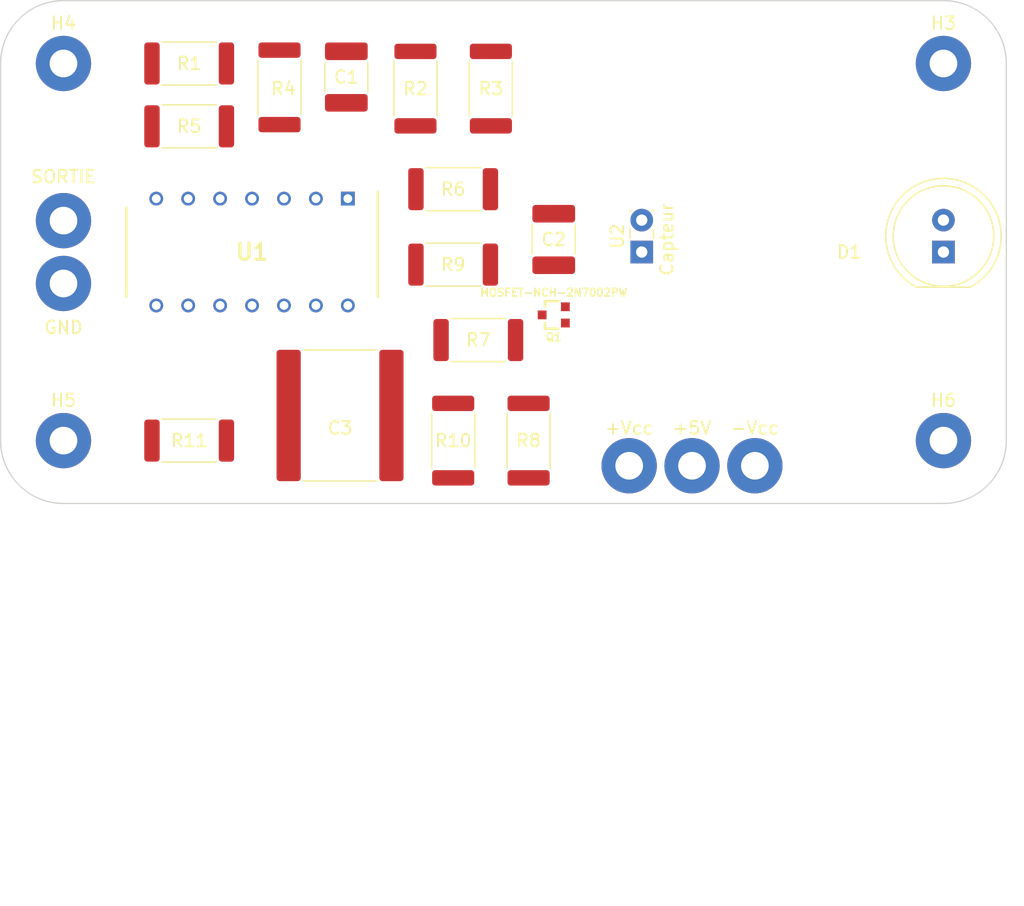
<source format=kicad_pcb>
(kicad_pcb (version 20211014) (generator pcbnew)
  (layers (0 "F.Cu" signal) (31 "B.Cu" signal) (34 "B.Paste" user) (35 "F.Paste" user) (36 "B.SilkS" user "B.Silkscreen") (37 "F.SilkS" user "F.Silkscreen") (38 "B.Mask" user) (39 "F.Mask" user) (44 "Edge.Cuts" user))
  (net 0 "")
  (net 1 "Net-(C1-Pad1)")
  (net 2 "GNDREF")
  (net 3 "Net-(C2-Pad1)")
  (net 4 "S_CARRE")
  (net 5 "S_LUM")
  (net 6 "Net-(C3-Pad2)")
  (net 7 "Net-(D1-Pad1)")
  (net 8 "Net-(D1-Pad2)")
  (net 9 "-VDC")
  (net 10 "+VDC")
  (net 11 "S_LUMxCARRE")
  (net 12 "+5V")
  (net 13 "Net-(Q1-Pad3)")
  (net 14 "V_{in}")
  (net 15 "Net-(R4-Pad2)")
  (footprint "Resistor_SMD:R_2512_6332Metric" (layer "F.Cu") (at 135 96)
    (fp_text reference "R9" (at 0 0) (layer "F.SilkS"))
    (fp_text value "R")
    (fp_line (start -2.177064 1.71) (end 2.177064 1.71) (layer "F.SilkS") (width 0.12))
    (fp_line (start -2.177064 -1.71) (end 2.177064 -1.71) (layer "F.SilkS") (width 0.12))
    (pad "1" smd roundrect (at -2.9625 0) (size 1.225 3.35) (layers "F.Cu" "F.Paste" "F.Mask") (roundrect_rratio 0.2040816327) (net 2 "GNDREF"))
    (pad "2" smd roundrect (at 2.9625 0) (size 1.225 3.35) (layers "F.Cu" "F.Paste" "F.Mask") (roundrect_rratio 0.2040816327) (net 13 "Net-(Q1-Pad3)"))
  )
  (footprint "MountingHole:MountingHole_2.2mm_M2_Pad_TopBottom" (layer "F.Cu") (at 174 110)
    (fp_text reference "H6" (at 0 -3.2) (layer "F.SilkS"))
    (fp_text value "GND")
    (pad "1" connect circle (at 0 0) (size 4.4 4.4) (layers "F.Cu" "F.Mask") (net 2 "GNDREF"))
    (pad "1" connect circle (at 0 0) (size 4.4 4.4) (layers "B.Cu" "B.Mask") (net 2 "GNDREF"))
    (pad "1" thru_hole circle (at 0 0) (size 2.6 2.6) (drill 2.2) (layers *.Cu *.Mask) (net 2 "GNDREF"))
  )
  (footprint "Resistor_SMD:R_2512_6332Metric" (layer "F.Cu") (at 114 85 180)
    (fp_text reference "R5" (at 0 0) (layer "F.SilkS"))
    (fp_text value "R")
    (fp_line (start -2.177064 -1.71) (end 2.177064 -1.71) (layer "F.SilkS") (width 0.12))
    (fp_line (start -2.177064 1.71) (end 2.177064 1.71) (layer "F.SilkS") (width 0.12))
    (pad "1" smd roundrect (at -2.9625 0 180) (size 1.225 3.35) (layers "F.Cu" "F.Paste" "F.Mask") (roundrect_rratio 0.2040816327) (net 15 "Net-(R4-Pad2)"))
    (pad "2" smd roundrect (at 2.9625 0 180) (size 1.225 3.35) (layers "F.Cu" "F.Paste" "F.Mask") (roundrect_rratio 0.2040816327) (net 4 "S_CARRE"))
  )
  (footprint "LED_THT:LED_Rectangular_W3.9mm_H1.8mm" (layer "F.Cu") (at 150 95 90)
    (fp_text reference "U2" (at 1.27 -1.935 90) (layer "F.SilkS"))
    (fp_text value "LIGHT_SENSORALS")
    (fp_line (start 3.28 0.825) (end 3.28 0.935) (layer "F.SilkS") (width 0.12))
    (fp_line (start 1.08 0.935) (end 1.811 0.935) (layer "F.SilkS") (width 0.12))
    (fp_line (start 1.08 -0.935) (end 1.811 -0.935) (layer "F.SilkS") (width 0.12))
    (fp_line (start 3.28 -0.935) (end 3.28 -0.825) (layer "F.SilkS") (width 0.12))
    (fp_line (start 3.27 -0.935) (end 3.28 -0.935) (layer "F.SilkS") (width 0.12))
    (fp_line (start 3.27 0.935) (end 3.28 0.935) (layer "F.SilkS") (width 0.12))
    (pad "1" thru_hole rect (at 0 0 90) (size 1.8 1.8) (drill 0.9) (layers *.Cu *.Mask) (net 6 "Net-(C3-Pad2)"))
    (pad "2" thru_hole circle (at 2.54 0 90) (size 1.8 1.8) (drill 0.9) (layers *.Cu *.Mask) (net 2 "GNDREF"))
  )
  (footprint "Resistor_SMD:R_2512_6332Metric" (layer "F.Cu") (at 137 102)
    (fp_text reference "R7" (at 0 0) (layer "F.SilkS"))
    (fp_text value "R")
    (fp_line (start -2.177064 1.71) (end 2.177064 1.71) (layer "F.SilkS") (width 0.12))
    (fp_line (start -2.177064 -1.71) (end 2.177064 -1.71) (layer "F.SilkS") (width 0.12))
    (pad "1" smd roundrect (at -2.9625 0) (size 1.225 3.35) (layers "F.Cu" "F.Paste" "F.Mask") (roundrect_rratio 0.2040816327) (net 2 "GNDREF"))
    (pad "2" smd roundrect (at 2.9625 0) (size 1.225 3.35) (layers "F.Cu" "F.Paste" "F.Mask") (roundrect_rratio 0.2040816327) (net 3 "Net-(C2-Pad1)"))
  )
  (footprint "MountingHole:MountingHole_2.2mm_M2_Pad_TopBottom" (layer "F.Cu") (at 104 97.5)
    (fp_text reference "H7" hide)
    (fp_text value "GND")
    (pad "1" connect circle (at 0 0) (size 4.4 4.4) (layers "B.Cu" "B.Mask") (net 2 "GNDREF"))
    (pad "1" thru_hole circle (at 0 0) (size 2.6 2.6) (drill 2.2) (layers *.Cu *.Mask) (net 2 "GNDREF"))
    (pad "1" connect circle (at 0 0) (size 4.4 4.4) (layers "F.Cu" "F.Mask") (net 2 "GNDREF"))
  )
  (footprint "MountingHole:MountingHole_2.2mm_M2_Pad_TopBottom" (layer "F.Cu") (at 104 110)
    (fp_text reference "H5" (at 0 -3.2) (layer "F.SilkS"))
    (fp_text value "GND")
    (pad "1" thru_hole circle (at 0 0) (size 2.6 2.6) (drill 2.2) (layers *.Cu *.Mask) (net 2 "GNDREF"))
    (pad "1" connect circle (at 0 0) (size 4.4 4.4) (layers "B.Cu" "B.Mask") (net 2 "GNDREF"))
    (pad "1" connect circle (at 0 0) (size 4.4 4.4) (layers "F.Cu" "F.Mask") (net 2 "GNDREF"))
  )
  (footprint "Resistor_SMD:R_2512_6332Metric" (layer "F.Cu") (at 135 90)
    (fp_text reference "R6" (at 0 0) (layer "F.SilkS"))
    (fp_text value "R")
    (fp_line (start -2.177064 -1.71) (end 2.177064 -1.71) (layer "F.SilkS") (width 0.12))
    (fp_line (start -2.177064 1.71) (end 2.177064 1.71) (layer "F.SilkS") (width 0.12))
    (pad "1" smd roundrect (at -2.9625 0) (size 1.225 3.35) (layers "F.Cu" "F.Paste" "F.Mask") (roundrect_rratio 0.2040816327) (net 7 "Net-(D1-Pad1)"))
    (pad "2" smd roundrect (at 2.9625 0) (size 1.225 3.35) (layers "F.Cu" "F.Paste" "F.Mask") (roundrect_rratio 0.2040816327) (net 2 "GNDREF"))
  )
  (footprint "Resistor_SMD:R_2512_6332Metric" (layer "F.Cu") (at 132 82 -90)
    (fp_text reference "R2" (at 0 0 180) (layer "F.SilkS"))
    (fp_text value "R")
    (fp_line (start -2.177064 -1.71) (end 2.177064 -1.71) (layer "F.SilkS") (width 0.12))
    (fp_line (start -2.177064 1.71) (end 2.177064 1.71) (layer "F.SilkS") (width 0.12))
    (pad "1" smd roundrect (at -2.9625 0 270) (size 1.225 3.35) (layers "F.Cu" "F.Paste" "F.Mask") (roundrect_rratio 0.2040816327) (net 4 "S_CARRE"))
    (pad "2" smd roundrect (at 2.9625 0 270) (size 1.225 3.35) (layers "F.Cu" "F.Paste" "F.Mask") (roundrect_rratio 0.2040816327) (net 14 "V_{in}"))
  )
  (footprint "MountingHole:MountingHole_2.2mm_M2_Pad_TopBottom" (layer "F.Cu") (at 149 112)
    (fp_text reference "H1" hide)
    (fp_text value "-Vcc")
    (pad "1" thru_hole circle (at 0 0) (size 2.6 2.6) (drill 2.2) (layers *.Cu *.Mask) (net 9 "-VDC"))
    (pad "1" connect circle (at 0 0) (size 4.4 4.4) (layers "B.Cu" "B.Mask") (net 9 "-VDC"))
    (pad "1" connect circle (at 0 0) (size 4.4 4.4) (layers "F.Cu" "F.Mask") (net 9 "-VDC"))
  )
  (footprint "MountingHole:MountingHole_2.2mm_M2_Pad_TopBottom" (layer "F.Cu") (at 104 80)
    (fp_text reference "H4" (at 0 -3.2) (layer "F.SilkS"))
    (fp_text value "GND")
    (pad "1" connect circle (at 0 0) (size 4.4 4.4) (layers "B.Cu" "B.Mask") (net 2 "GNDREF"))
    (pad "1" thru_hole circle (at 0 0) (size 2.6 2.6) (drill 2.2) (layers *.Cu *.Mask) (net 2 "GNDREF"))
    (pad "1" connect circle (at 0 0) (size 4.4 4.4) (layers "F.Cu" "F.Mask") (net 2 "GNDREF"))
  )
  (footprint "Resistor_SMD:R_2512_6332Metric" (layer "F.Cu") (at 121.185 81.9 -90)
    (fp_text reference "R4" (at 0.1 -0.315 180) (layer "F.SilkS"))
    (fp_text value "R")
    (fp_line (start -2.177064 1.71) (end 2.177064 1.71) (layer "F.SilkS") (width 0.12))
    (fp_line (start -2.177064 -1.71) (end 2.177064 -1.71) (layer "F.SilkS") (width 0.12))
    (pad "1" smd roundrect (at -2.9625 0 270) (size 1.225 3.35) (layers "F.Cu" "F.Paste" "F.Mask") (roundrect_rratio 0.2040816327) (net 2 "GNDREF"))
    (pad "2" smd roundrect (at 2.9625 0 270) (size 1.225 3.35) (layers "F.Cu" "F.Paste" "F.Mask") (roundrect_rratio 0.2040816327) (net 15 "Net-(R4-Pad2)"))
  )
  (footprint "Resistor_SMD:R_2512_6332Metric" (layer "F.Cu") (at 114 110 180)
    (fp_text reference "R11" (at 0 0) (layer "F.SilkS"))
    (fp_text value "R")
    (fp_line (start -2.177064 -1.71) (end 2.177064 -1.71) (layer "F.SilkS") (width 0.12))
    (fp_line (start -2.177064 1.71) (end 2.177064 1.71) (layer "F.SilkS") (width 0.12))
    (pad "1" smd roundrect (at -2.9625 0 180) (size 1.225 3.35) (layers "F.Cu" "F.Paste" "F.Mask") (roundrect_rratio 0.2040816327) (net 13 "Net-(Q1-Pad3)"))
    (pad "2" smd roundrect (at 2.9625 0 180) (size 1.225 3.35) (layers "F.Cu" "F.Paste" "F.Mask") (roundrect_rratio 0.2040816327) (net 11 "S_LUMxCARRE"))
  )
  (footprint "Resistor_SMD:R_2512_6332Metric" (layer "F.Cu") (at 141 110 90)
    (fp_text reference "R8" (at 0 0 180) (layer "F.SilkS"))
    (fp_text value "R")
    (fp_line (start -2.177064 1.71) (end 2.177064 1.71) (layer "F.SilkS") (width 0.12))
    (fp_line (start -2.177064 -1.71) (end 2.177064 -1.71) (layer "F.SilkS") (width 0.12))
    (pad "1" smd roundrect (at -2.9625 0 90) (size 1.225 3.35) (layers "F.Cu" "F.Paste" "F.Mask") (roundrect_rratio 0.2040816327) (net 6 "Net-(C3-Pad2)"))
    (pad "2" smd roundrect (at 2.9625 0 90) (size 1.225 3.35) (layers "F.Cu" "F.Paste" "F.Mask") (roundrect_rratio 0.2040816327) (net 12 "+5V"))
  )
  (footprint "MountingHole:MountingHole_2.2mm_M2_Pad_TopBottom" (layer "F.Cu") (at 174 80)
    (fp_text reference "H3" (at 0 -3.2) (layer "F.SilkS"))
    (fp_text value "GND")
    (pad "1" connect circle (at 0 0) (size 4.4 4.4) (layers "B.Cu" "B.Mask") (net 2 "GNDREF"))
    (pad "1" thru_hole circle (at 0 0) (size 2.6 2.6) (drill 2.2) (layers *.Cu *.Mask) (net 2 "GNDREF"))
    (pad "1" connect circle (at 0 0) (size 4.4 4.4) (layers "F.Cu" "F.Mask") (net 2 "GNDREF"))
  )
  (footprint "MountingHole:MountingHole_2.2mm_M2_Pad_TopBottom" (layer "F.Cu") (at 154 112)
    (fp_text reference "H9" hide)
    (fp_text value "+Vcc")
    (pad "1" connect circle (at 0 0) (size 4.4 4.4) (layers "B.Cu" "B.Mask") (net 12 "+5V"))
    (pad "1" connect circle (at 0 0) (size 4.4 4.4) (layers "F.Cu" "F.Mask") (net 12 "+5V"))
    (pad "1" thru_hole circle (at 0 0) (size 2.6 2.6) (drill 2.2) (layers *.Cu *.Mask) (net 12 "+5V"))
  )
  (footprint "Capacitor_SMD:C_3640_9110Metric" (layer "F.Cu") (at 126 108 180)
    (fp_text reference "C3" (at 0 -1) (layer "F.SilkS"))
    (fp_text value "C")
    (fp_line (start -2.922369 -5.21) (end 2.922369 -5.21) (layer "F.SilkS") (width 0.12))
    (fp_line (start -2.922369 5.21) (end 2.922369 5.21) (layer "F.SilkS") (width 0.12))
    (pad "1" smd roundrect (at -4.0875 0 180) (size 1.925 10.45) (layers "F.Cu" "F.Paste" "F.Mask") (roundrect_rratio 0.1298701299) (net 5 "S_LUM"))
    (pad "2" smd roundrect (at 4.0875 0 180) (size 1.925 10.45) (layers "F.Cu" "F.Paste" "F.Mask") (roundrect_rratio 0.1298701299) (net 6 "Net-(C3-Pad2)"))
  )
  (footprint "Capacitor_SMD:C_1812_4532Metric" (layer "F.Cu") (at 143 94 90)
    (fp_text reference "C2" (at 0 0 180) (layer "F.SilkS"))
    (fp_text value "C")
    (fp_line (start -1.161252 -1.71) (end 1.161252 -1.71) (layer "F.SilkS") (width 0.12))
    (fp_line (start -1.161252 1.71) (end 1.161252 1.71) (layer "F.SilkS") (width 0.12))
    (pad "1" smd roundrect (at -2.05 0 90) (size 1.4 3.4) (layers "F.Cu" "F.Paste" "F.Mask") (roundrect_rratio 0.1785707143) (net 3 "Net-(C2-Pad1)"))
    (pad "2" smd roundrect (at 2.05 0 90) (size 1.4 3.4) (layers "F.Cu" "F.Paste" "F.Mask") (roundrect_rratio 0.1785707143) (net 4 "S_CARRE"))
  )
  (footprint "MountingHole:MountingHole_2.2mm_M2_Pad_TopBottom" (layer "F.Cu") (at 104 92.5)
    (fp_text reference "H8" hide)
    (fp_text value "Sortie")
    (pad "1" connect circle (at 0 0) (size 4.4 4.4) (layers "B.Cu" "B.Mask") (net 11 "S_LUMxCARRE"))
    (pad "1" connect circle (at 0 0) (size 4.4 4.4) (layers "F.Cu" "F.Mask") (net 11 "S_LUMxCARRE"))
    (pad "1" thru_hole circle (at 0 0) (size 2.6 2.6) (drill 2.2) (layers *.Cu *.Mask) (net 11 "S_LUMxCARRE"))
  )
  (footprint "Capacitor_SMD:C_1812_4532Metric" (layer "F.Cu") (at 126.5 81.08 90)
    (fp_text reference "C1" (at 0 0 180) (layer "F.SilkS"))
    (fp_text value "100nF")
    (fp_line (start -1.161252 1.71) (end 1.161252 1.71) (layer "F.SilkS") (width 0.12))
    (fp_line (start -1.161252 -1.71) (end 1.161252 -1.71) (layer "F.SilkS") (width 0.12))
    (pad "1" smd roundrect (at -2.05 0 90) (size 1.4 3.4) (layers "F.Cu" "F.Paste" "F.Mask") (roundrect_rratio 0.1785707143) (net 1 "Net-(C1-Pad1)"))
    (pad "2" smd roundrect (at 2.05 0 90) (size 1.4 3.4) (layers "F.Cu" "F.Paste" "F.Mask") (roundrect_rratio 0.1785707143) (net 2 "GNDREF"))
  )
  (footprint "SamacSys_Parts:DIP850W50P254L2000H510Q14N" (layer "F.Cu") (at 119 95 -90)
    (fp_text reference "U1" (at 0 0 180) (layer "F.SilkS") (effects (font (size 1.27 1.27) (thickness 0.254))))
    (fp_text value "TL084CN" hide)
    (fp_line (start -3.55 10) (end 3.55 10) (layer "F.SilkS") (width 0.2))
    (fp_line (start -4.8 -10) (end 3.55 -10) (layer "F.SilkS") (width 0.2))
    (pad "1" thru_hole rect locked (at -4.25 -7.62 270) (size 1.1 1.1) (drill 0.7) (layers *.Cu *.Mask) (net 8 "Net-(D1-Pad2)"))
    (pad "2" thru_hole circle locked (at -4.25 -5.08 270) (size 1.1 1.1) (drill 0.7) (layers *.Cu *.Mask) (net 7 "Net-(D1-Pad1)"))
    (pad "3" thru_hole circle locked (at -4.25 -2.54 270) (size 1.1 1.1) (drill 0.7) (layers *.Cu *.Mask) (net 14 "V_{in}"))
    (pad "4" thru_hole circle locked (at -4.25 0 270) (size 1.1 1.1) (drill 0.7) (layers *.Cu *.Mask) (net 10 "+VDC"))
    (pad "5" thru_hole circle locked (at -4.25 2.54 270) (size 1.1 1.1) (drill 0.7) (layers *.Cu *.Mask) (net 1 "Net-(C1-Pad1)"))
    (pad "6" thru_hole circle locked (at -4.25 5.08 270) (size 1.1 1.1) (drill 0.7) (layers *.Cu *.Mask) (net 15 "Net-(R4-Pad2)"))
    (pad "7" thru_hole circle locked (at -4.25 7.62 270) (size 1.1 1.1) (drill 0.7) (layers *.Cu *.Mask) (net 4 "S_CARRE"))
    (pad "8" thru_hole circle locked (at 4.25 7.62 270) (size 1.1 1.1) (drill 0.7) (layers *.Cu *.Mask) (net 11 "S_LUMxCARRE"))
    (pad "9" thru_hole circle locked (at 4.25 5.08 270) (size 1.1 1.1) (drill 0.7) (layers *.Cu *.Mask) (net 13 "Net-(Q1-Pad3)"))
    (pad "10" thru_hole circle locked (at 4.25 2.54 270) (size 1.1 1.1) (drill 0.7) (layers *.Cu *.Mask) (net 5 "S_LUM"))
    (pad "11" thru_hole circle locked (at 4.25 0 270) (size 1.1 1.1) (drill 0.7) (layers *.Cu *.Mask) (net 9 "-VDC"))
    (pad "12" thru_hole circle locked (at 4.25 -2.54 270) (size 1.1 1.1) (drill 0.7) (layers *.Cu *.Mask) (net 6 "Net-(C3-Pad2)"))
    (pad "13" thru_hole circle locked (at 4.25 -5.08 270) (size 1.1 1.1) (drill 0.7) (layers *.Cu *.Mask) (net 2 "GNDREF"))
    (pad "14" thru_hole circle locked (at 4.25 -7.62 270) (size 1.1 1.1) (drill 0.7) (layers *.Cu *.Mask) (net 5 "S_LUM"))
  )
  (footprint "Resistor_SMD:R_2512_6332Metric" (layer "F.Cu") (at 138 82 90)
    (fp_text reference "R3" (at 0 0 180) (layer "F.SilkS"))
    (fp_text value "R")
    (fp_line (start -2.177064 1.71) (end 2.177064 1.71) (layer "F.SilkS") (width 0.12))
    (fp_line (start -2.177064 -1.71) (end 2.177064 -1.71) (layer "F.SilkS") (width 0.12))
    (pad "1" smd roundrect (at -2.9625 0 90) (size 1.225 3.35) (layers "F.Cu" "F.Paste" "F.Mask") (roundrect_rratio 0.2040816327) (net 14 "V_{in}"))
    (pad "2" smd roundrect (at 2.9625 0 90) (size 1.225 3.35) (layers "F.Cu" "F.Paste" "F.Mask") (roundrect_rratio 0.2040816327) (net 2 "GNDREF"))
  )
  (footprint "LED_THT:LED_D8.0mm" (layer "F.Cu") (at 174 95 90)
    (fp_text reference "D1" (at 0 -7.5 180) (layer "F.SilkS"))
    (fp_text value "LED")
    (fp_line (start -2.79 -2.142) (end -2.79 2.142) (layer "F.SilkS") (width 0.12))
    (fp_arc (start 5.86 -0.000486) (mid 2.373119 4.455472) (end -2.79 2.141145) (layer "F.SilkS") (width 0.12))
    (fp_arc (start -2.79 -2.141145) (mid 2.373119 -4.455472) (end 5.86 0.000486) (layer "F.SilkS") (width 0.12))
    (fp_circle (center 1.27 0) (end 5.27 0) (layer "F.SilkS") (width 0.12) (fill none))
    (pad "1" thru_hole rect (at 0 0 90) (size 1.8 1.8) (drill 0.9) (layers *.Cu *.Mask) (net 7 "Net-(D1-Pad1)"))
    (pad "2" thru_hole circle (at 2.54 0 90) (size 1.8 1.8) (drill 0.9) (layers *.Cu *.Mask) (net 8 "Net-(D1-Pad2)"))
  )
  (footprint "Resistor_SMD:R_2512_6332Metric" (layer "F.Cu") (at 114 80)
    (fp_text reference "R1" (at 0 0) (layer "F.SilkS"))
    (fp_text value "R")
    (fp_line (start -2.177064 1.71) (end 2.177064 1.71) (layer "F.SilkS") (width 0.12))
    (fp_line (start -2.177064 -1.71) (end 2.177064 -1.71) (layer "F.SilkS") (width 0.12))
    (pad "1" smd roundrect (at -2.9625 0) (size 1.225 3.35) (layers "F.Cu" "F.Paste" "F.Mask") (roundrect_rratio 0.2040816327) (net 4 "S_CARRE"))
    (pad "2" smd roundrect (at 2.9625 0) (size 1.225 3.35) (layers "F.Cu" "F.Paste" "F.Mask") (roundrect_rratio 0.2040816327) (net 1 "Net-(C1-Pad1)"))
  )
  (footprint "Resistor_SMD:R_2512_6332Metric" (layer "F.Cu") (at 135 110 90)
    (fp_text reference "R10" (at 0 0 180) (layer "F.SilkS"))
    (fp_text value "R")
    (fp_line (start -2.177064 -1.71) (end 2.177064 -1.71) (layer "F.SilkS") (width 0.12))
    (fp_line (start -2.177064 1.71) (end 2.177064 1.71) (layer "F.SilkS") (width 0.12))
    (pad "1" smd roundrect (at -2.9625 0 90) (size 1.225 3.35) (layers "F.Cu" "F.Paste" "F.Mask") (roundrect_rratio 0.2040816327) (net 6 "Net-(C3-Pad2)"))
    (pad "2" smd roundrect (at 2.9625 0 90) (size 1.225 3.35) (layers "F.Cu" "F.Paste" "F.Mask") (roundrect_rratio 0.2040816327) (net 5 "S_LUM"))
  )
  (footprint "SF-Silicon-Standard:SOT323" (layer "F.Cu") (at 143 100 90)
    (fp_text reference "Q1" (at -1.778 0) (layer "F.SilkS") (effects (font (size 0.6096 0.6096) (thickness 0.127))))
    (fp_text value "MOSFET-NCH-2N7002PW" (at 1.778 0) (layer "F.SilkS") (effects (font (size 0.6096 0.6096) (thickness 0.127))))
    (fp_line (start -1.09982 -0.6985) (end -1.09982 0.35306) (layer "F.SilkS") (width 0.2032))
    (fp_line (start -0.67056 -0.6985) (end -1.09982 -0.6985) (layer "F.SilkS") (width 0.2032))
    (fp_line (start 0.67056 -0.6985) (end 1.09982 -0.6985) (layer "F.SilkS") (width 0.2032))
    (fp_line (start 1.09982 -0.6985) (end 1.09982 0.35306) (layer "F.SilkS") (width 0.2032))
    (pad "1" smd rect locked (at -0.6477 0.92456 90) (size 0.6985 0.6985) (layers "F.Cu" "F.Paste" "F.Mask") (net 3 "Net-(C2-Pad1)"))
    (pad "2" smd rect locked (at 0.6477 0.92456 90) (size 0.6985 0.6985) (layers "F.Cu" "F.Paste" "F.Mask") (net 9 "-VDC"))
    (pad "3" smd rect locked (at 0 -0.92456 90) (size 0.6985 0.6985) (layers "F.Cu" "F.Paste" "F.Mask") (net 13 "Net-(Q1-Pad3)"))
  )
  (footprint "MountingHole:MountingHole_2.2mm_M2_Pad_TopBottom" (layer "F.Cu") (at 159 112)
    (fp_text reference "H2" hide)
    (fp_text value "+Vcc")
    (pad "1" thru_hole circle (at 0 0) (size 2.6 2.6) (drill 2.2) (layers *.Cu *.Mask) (net 10 "+VDC"))
    (pad "1" connect circle (at 0 0) (size 4.4 4.4) (layers "B.Cu" "B.Mask") (net 10 "+VDC"))
    (pad "1" connect circle (at 0 0) (size 4.4 4.4) (layers "F.Cu" "F.Mask") (net 10 "+VDC"))
  )
  (gr_arc locked (start 104 115) (mid 100.464466 113.535534) (end 99 110) (layer "Edge.Cuts") (width 0.1))
  (gr_line locked (start 99 80) (end 99 110) (layer "Edge.Cuts") (width 0.1))
  (gr_line locked (start 174 75) (end 104 75) (layer "Edge.Cuts") (width 0.1))
  (gr_arc locked (start 179 110) (mid 177.535534 113.535534) (end 174 115) (layer "Edge.Cuts") (width 0.1))
  (gr_arc locked (start 99 80) (mid 100.464466 76.464466) (end 104 75) (layer "Edge.Cuts") (width 0.1))
  (gr_arc locked (start 174 75) (mid 177.535534 76.464466) (end 179 80) (layer "Edge.Cuts") (width 0.1))
  (gr_line locked (start 104 115) (end 174 115) (layer "Edge.Cuts") (width 0.1))
  (gr_line locked (start 179 110) (end 179 80) (layer "Edge.Cuts") (width 0.1))
  (gr_text "SORTIE" (at 104 89) (layer "F.SilkS") (effects (font (size 1 1))))
  (gr_text "-Vcc" (at 159 109) (layer "F.SilkS") (effects (font (size 1 1))))
  (gr_text "GND" (at 104 101) (layer "F.SilkS") (effects (font (size 1 1))))
  (gr_text "+Vcc" (at 149 109) (layer "F.SilkS") (effects (font (size 1 1))))
  (gr_text "Capteur" (at 152 94 90) (layer "F.SilkS") (effects (font (size 1 1))))
  (gr_text "+5V" (at 154 109) (layer "F.SilkS") (effects (font (size 1 1))))
)
</source>
